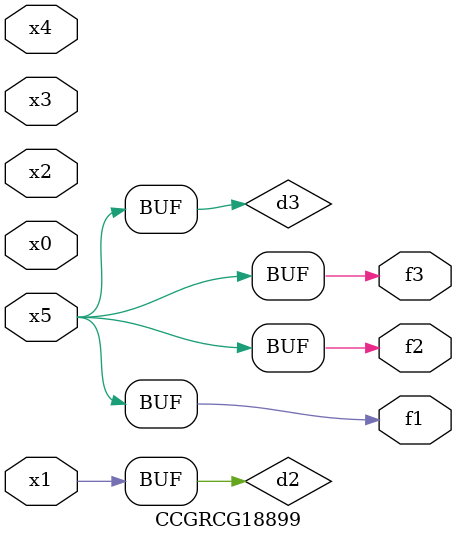
<source format=v>
module CCGRCG18899(
	input x0, x1, x2, x3, x4, x5,
	output f1, f2, f3
);

	wire d1, d2, d3;

	not (d1, x5);
	or (d2, x1);
	xnor (d3, d1);
	assign f1 = d3;
	assign f2 = d3;
	assign f3 = d3;
endmodule

</source>
